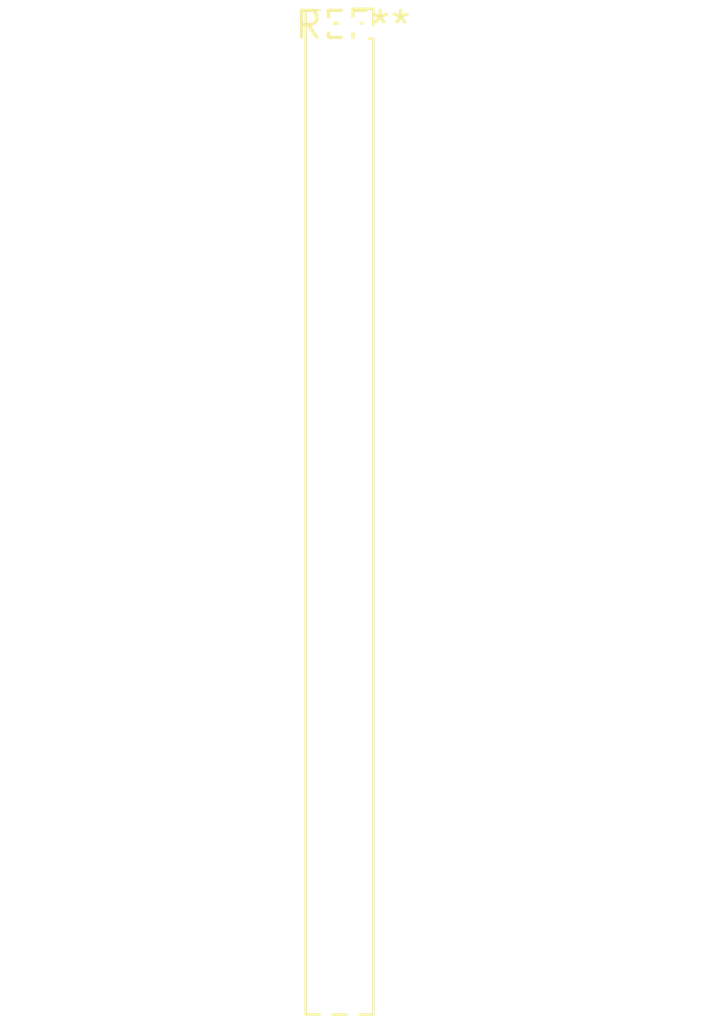
<source format=kicad_pcb>
(kicad_pcb (version 20240108) (generator pcbnew)
  (layers (0 "F.Cu" signal) (31 "B.Cu" signal) (34 "B.Paste" user) (35 "F.Paste" user) (36 "B.SilkS" user "B.Silkscreen") (37 "F.SilkS" user "F.Silkscreen") (38 "B.Mask" user) (39 "F.Mask" user) (44 "Edge.Cuts" user))
  (net 0 "")
  (footprint "PinSocket_2x37_P1.27mm_Vertical" (layer "F.Cu") (at 0 0)
    (property "Reference" "REF**")
    (property "Value" "PinSocket_2x37_P1.27mm_Vertical")
    (fp_line (start -2.22 -0.695) (end -2.22 46.415) (layer "F.SilkS") (stroke (width 0.12)))
    (fp_line (start -2.22 -0.695) (end -1.57753 -0.695) (layer "F.SilkS") (stroke (width 0.12)))
    (fp_line (start -2.22 46.415) (end -1.57753 46.415) (layer "F.SilkS") (stroke (width 0.12)))
    (fp_line (start -0.96247 -0.695) (end -0.76 -0.695) (layer "F.SilkS") (stroke (width 0.12)))
    (fp_line (start -0.96247 46.415) (end -0.30753 46.415) (layer "F.SilkS") (stroke (width 0.12)))
    (fp_line (start 0 -0.76) (end 0.95 -0.76) (layer "F.SilkS") (stroke (width 0.12)))
    (fp_line (start 0.30753 46.415) (end 0.95 46.415) (layer "F.SilkS") (stroke (width 0.12)))
    (fp_line (start 0.76 0.635) (end 0.95 0.635) (layer "F.SilkS") (stroke (width 0.12)))
    (fp_line (start 0.95 -0.76) (end 0.95 0) (layer "F.SilkS") (stroke (width 0.12)))
    (fp_line (start 0.95 0.635) (end 0.95 46.415) (layer "F.SilkS") (stroke (width 0.12)))
    (pad "1" thru_hole rect (at 0 0) (size 1 1) (drill 0.7) (layers *.Cu *.Mask) (remove_unused_layers))
    (pad "2" thru_hole oval (at -1.27 0) (size 1 1) (drill 0.7) (layers *.Cu *.Mask) (remove_unused_layers))
    (pad "3" thru_hole oval (at 0 1.27) (size 1 1) (drill 0.7) (layers *.Cu *.Mask) (remove_unused_layers))
    (pad "4" thru_hole oval (at -1.27 1.27) (size 1 1) (drill 0.7) (layers *.Cu *.Mask) (remove_unused_layers))
    (pad "5" thru_hole oval (at 0 2.54) (size 1 1) (drill 0.7) (layers *.Cu *.Mask) (remove_unused_layers))
    (pad "6" thru_hole oval (at -1.27 2.54) (size 1 1) (drill 0.7) (layers *.Cu *.Mask) (remove_unused_layers))
    (pad "7" thru_hole oval (at 0 3.81) (size 1 1) (drill 0.7) (layers *.Cu *.Mask) (remove_unused_layers))
    (pad "8" thru_hole oval (at -1.27 3.81) (size 1 1) (drill 0.7) (layers *.Cu *.Mask) (remove_unused_layers))
    (pad "9" thru_hole oval (at 0 5.08) (size 1 1) (drill 0.7) (layers *.Cu *.Mask) (remove_unused_layers))
    (pad "10" thru_hole oval (at -1.27 5.08) (size 1 1) (drill 0.7) (layers *.Cu *.Mask) (remove_unused_layers))
    (pad "11" thru_hole oval (at 0 6.35) (size 1 1) (drill 0.7) (layers *.Cu *.Mask) (remove_unused_layers))
    (pad "12" thru_hole oval (at -1.27 6.35) (size 1 1) (drill 0.7) (layers *.Cu *.Mask) (remove_unused_layers))
    (pad "13" thru_hole oval (at 0 7.62) (size 1 1) (drill 0.7) (layers *.Cu *.Mask) (remove_unused_layers))
    (pad "14" thru_hole oval (at -1.27 7.62) (size 1 1) (drill 0.7) (layers *.Cu *.Mask) (remove_unused_layers))
    (pad "15" thru_hole oval (at 0 8.89) (size 1 1) (drill 0.7) (layers *.Cu *.Mask) (remove_unused_layers))
    (pad "16" thru_hole oval (at -1.27 8.89) (size 1 1) (drill 0.7) (layers *.Cu *.Mask) (remove_unused_layers))
    (pad "17" thru_hole oval (at 0 10.16) (size 1 1) (drill 0.7) (layers *.Cu *.Mask) (remove_unused_layers))
    (pad "18" thru_hole oval (at -1.27 10.16) (size 1 1) (drill 0.7) (layers *.Cu *.Mask) (remove_unused_layers))
    (pad "19" thru_hole oval (at 0 11.43) (size 1 1) (drill 0.7) (layers *.Cu *.Mask) (remove_unused_layers))
    (pad "20" thru_hole oval (at -1.27 11.43) (size 1 1) (drill 0.7) (layers *.Cu *.Mask) (remove_unused_layers))
    (pad "21" thru_hole oval (at 0 12.7) (size 1 1) (drill 0.7) (layers *.Cu *.Mask) (remove_unused_layers))
    (pad "22" thru_hole oval (at -1.27 12.7) (size 1 1) (drill 0.7) (layers *.Cu *.Mask) (remove_unused_layers))
    (pad "23" thru_hole oval (at 0 13.97) (size 1 1) (drill 0.7) (layers *.Cu *.Mask) (remove_unused_layers))
    (pad "24" thru_hole oval (at -1.27 13.97) (size 1 1) (drill 0.7) (layers *.Cu *.Mask) (remove_unused_layers))
    (pad "25" thru_hole oval (at 0 15.24) (size 1 1) (drill 0.7) (layers *.Cu *.Mask) (remove_unused_layers))
    (pad "26" thru_hole oval (at -1.27 15.24) (size 1 1) (drill 0.7) (layers *.Cu *.Mask) (remove_unused_layers))
    (pad "27" thru_hole oval (at 0 16.51) (size 1 1) (drill 0.7) (layers *.Cu *.Mask) (remove_unused_layers))
    (pad "28" thru_hole oval (at -1.27 16.51) (size 1 1) (drill 0.7) (layers *.Cu *.Mask) (remove_unused_layers))
    (pad "29" thru_hole oval (at 0 17.78) (size 1 1) (drill 0.7) (layers *.Cu *.Mask) (remove_unused_layers))
    (pad "30" thru_hole oval (at -1.27 17.78) (size 1 1) (drill 0.7) (layers *.Cu *.Mask) (remove_unused_layers))
    (pad "31" thru_hole oval (at 0 19.05) (size 1 1) (drill 0.7) (layers *.Cu *.Mask) (remove_unused_layers))
    (pad "32" thru_hole oval (at -1.27 19.05) (size 1 1) (drill 0.7) (layers *.Cu *.Mask) (remove_unused_layers))
    (pad "33" thru_hole oval (at 0 20.32) (size 1 1) (drill 0.7) (layers *.Cu *.Mask) (remove_unused_layers))
    (pad "34" thru_hole oval (at -1.27 20.32) (size 1 1) (drill 0.7) (layers *.Cu *.Mask) (remove_unused_layers))
    (pad "35" thru_hole oval (at 0 21.59) (size 1 1) (drill 0.7) (layers *.Cu *.Mask) (remove_unused_layers))
    (pad "36" thru_hole oval (at -1.27 21.59) (size 1 1) (drill 0.7) (layers *.Cu *.Mask) (remove_unused_layers))
    (pad "37" thru_hole oval (at 0 22.86) (size 1 1) (drill 0.7) (layers *.Cu *.Mask) (remove_unused_layers))
    (pad "38" thru_hole oval (at -1.27 22.86) (size 1 1) (drill 0.7) (layers *.Cu *.Mask) (remove_unused_layers))
    (pad "39" thru_hole oval (at 0 24.13) (size 1 1) (drill 0.7) (layers *.Cu *.Mask) (remove_unused_layers))
    (pad "40" thru_hole oval (at -1.27 24.13) (size 1 1) (drill 0.7) (layers *.Cu *.Mask) (remove_unused_layers))
    (pad "41" thru_hole oval (at 0 25.4) (size 1 1) (drill 0.7) (layers *.Cu *.Mask) (remove_unused_layers))
    (pad "42" thru_hole oval (at -1.27 25.4) (size 1 1) (drill 0.7) (layers *.Cu *.Mask) (remove_unused_layers))
    (pad "43" thru_hole oval (at 0 26.67) (size 1 1) (drill 0.7) (layers *.Cu *.Mask) (remove_unused_layers))
    (pad "44" thru_hole oval (at -1.27 26.67) (size 1 1) (drill 0.7) (layers *.Cu *.Mask) (remove_unused_layers))
    (pad "45" thru_hole oval (at 0 27.94) (size 1 1) (drill 0.7) (layers *.Cu *.Mask) (remove_unused_layers))
    (pad "46" thru_hole oval (at -1.27 27.94) (size 1 1) (drill 0.7) (layers *.Cu *.Mask) (remove_unused_layers))
    (pad "47" thru_hole oval (at 0 29.21) (size 1 1) (drill 0.7) (layers *.Cu *.Mask) (remove_unused_layers))
    (pad "48" thru_hole oval (at -1.27 29.21) (size 1 1) (drill 0.7) (layers *.Cu *.Mask) (remove_unused_layers))
    (pad "49" thru_hole oval (at 0 30.48) (size 1 1) (drill 0.7) (layers *.Cu *.Mask) (remove_unused_layers))
    (pad "50" thru_hole oval (at -1.27 30.48) (size 1 1) (drill 0.7) (layers *.Cu *.Mask) (remove_unused_layers))
    (pad "51" thru_hole oval (at 0 31.75) (size 1 1) (drill 0.7) (layers *.Cu *.Mask) (remove_unused_layers))
    (pad "52" thru_hole oval (at -1.27 31.75) (size 1 1) (drill 0.7) (layers *.Cu *.Mask) (remove_unused_layers))
    (pad "53" thru_hole oval (at 0 33.02) (size 1 1) (drill 0.7) (layers *.Cu *.Mask) (remove_unused_layers))
    (pad "54" thru_hole oval (at -1.27 33.02) (size 1 1) (drill 0.7) (layers *.Cu *.Mask) (remove_unused_layers))
    (pad "55" thru_hole oval (at 0 34.29) (size 1 1) (drill 0.7) (layers *.Cu *.Mask) (remove_unused_layers))
    (pad "56" thru_hole oval (at -1.27 34.29) (size 1 1) (drill 0.7) (layers *.Cu *.Mask) (remove_unused_layers))
    (pad "57" thru_hole oval (at 0 35.56) (size 1 1) (drill 0.7) (layers *.Cu *.Mask) (remove_unused_layers))
    (pad "58" thru_hole oval (at -1.27 35.56) (size 1 1) (drill 0.7) (layers *.Cu *.Mask) (remove_unused_layers))
    (pad "59" thru_hole oval (at 0 36.83) (size 1 1) (drill 0.7) (layers *.Cu *.Mask) (remove_unused_layers))
    (pad "60" thru_hole oval (at -1.27 36.83) (size 1 1) (drill 0.7) (layers *.Cu *.Mask) (remove_unused_layers))
    (pad "61" thru_hole oval (at 0 38.1) (size 1 1) (drill 0.7) (layers *.Cu *.Mask) (remove_unused_layers))
    (pad "62" thru_hole oval (at -1.27 38.1) (size 1 1) (drill 0.7) (layers *.Cu *.Mask) (remove_unused_layers))
    (pad "63" thru_hole oval (at 0 39.37) (size 1 1) (drill 0.7) (layers *.Cu *.Mask) (remove_unused_layers))
    (pad "64" thru_hole oval (at -1.27 39.37) (size 1 1) (drill 0.7) (layers *.Cu *.Mask) (remove_unused_layers))
    (pad "65" thru_hole oval (at 0 40.64) (size 1 1) (drill 0.7) (layers *.Cu *.Mask) (remove_unused_layers))
    (pad "66" thru_hole oval (at -1.27 40.64) (size 1 1) (drill 0.7) (layers *.Cu *.Mask) (remove_unused_layers))
    (pad "67" thru_hole oval (at 0 41.91) (size 1 1) (drill 0.7) (layers *.Cu *.Mask) (remove_unused_layers))
    (pad "68" thru_hole oval (at -1.27 41.91) (size 1 1) (drill 0.7) (layers *.Cu *.Mask) (remove_unused_layers))
    (pad "69" thru_hole oval (at 0 43.18) (size 1 1) (drill 0.7) (layers *.Cu *.Mask) (remove_unused_layers))
    (pad "70" thru_hole oval (at -1.27 43.18) (size 1 1) (drill 0.7) (layers *.Cu *.Mask) (remove_unused_layers))
    (pad "71" thru_hole oval (at 0 44.45) (size 1 1) (drill 0.7) (layers *.Cu *.Mask) (remove_unused_layers))
    (pad "72" thru_hole oval (at -1.27 44.45) (size 1 1) (drill 0.7) (layers *.Cu *.Mask) (remove_unused_layers))
    (pad "73" thru_hole oval (at 0 45.72) (size 1 1) (drill 0.7) (layers *.Cu *.Mask) (remove_unused_layers))
    (pad "74" thru_hole oval (at -1.27 45.72) (size 1 1) (drill 0.7) (layers *.Cu *.Mask) (remove_unused_layers))
  )
)
</source>
